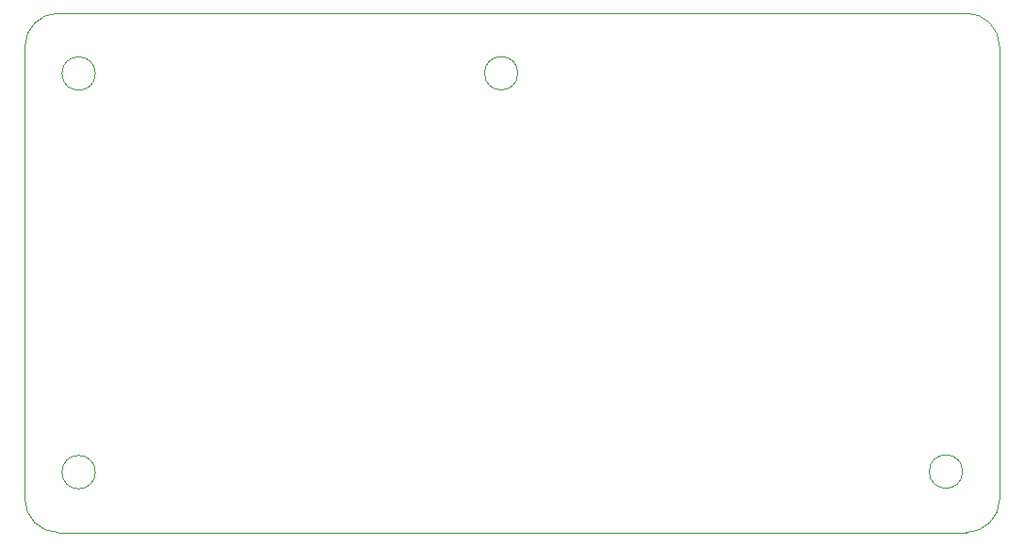
<source format=gm1>
%TF.GenerationSoftware,KiCad,Pcbnew,9.0.7*%
%TF.CreationDate,2026-01-28T21:35:42+01:00*%
%TF.ProjectId,modbus-to-x,6d6f6462-7573-42d7-946f-2d782e6b6963,rev?*%
%TF.SameCoordinates,Original*%
%TF.FileFunction,Profile,NP*%
%FSLAX46Y46*%
G04 Gerber Fmt 4.6, Leading zero omitted, Abs format (unit mm)*
G04 Created by KiCad (PCBNEW 9.0.7) date 2026-01-28 21:35:42*
%MOMM*%
%LPD*%
G01*
G04 APERTURE LIST*
%TA.AperFunction,Profile*%
%ADD10C,0.100000*%
%TD*%
%TA.AperFunction,Profile*%
%ADD11C,0.050000*%
%TD*%
G04 APERTURE END LIST*
D10*
X129500000Y-134200000D02*
X47900000Y-134200000D01*
X129500000Y-87500000D02*
G75*
G02*
X132500000Y-90500000I0J-3000000D01*
G01*
X129500000Y-87500000D02*
X47900000Y-87500000D01*
D11*
X51225000Y-92925000D02*
G75*
G02*
X48225000Y-92925000I-1500000J0D01*
G01*
X48225000Y-92925000D02*
G75*
G02*
X51225000Y-92925000I1500000J0D01*
G01*
X51225000Y-128775000D02*
G75*
G02*
X48225000Y-128775000I-1500000J0D01*
G01*
X48225000Y-128775000D02*
G75*
G02*
X51225000Y-128775000I1500000J0D01*
G01*
D10*
X44900000Y-90500000D02*
G75*
G02*
X47900000Y-87500000I3000000J0D01*
G01*
D11*
X89200000Y-92900000D02*
G75*
G02*
X86200000Y-92900000I-1500000J0D01*
G01*
X86200000Y-92900000D02*
G75*
G02*
X89200000Y-92900000I1500000J0D01*
G01*
D10*
X132500000Y-90500000D02*
X132500000Y-131200000D01*
X47900000Y-134200000D02*
G75*
G02*
X44900000Y-131200000I0J3000000D01*
G01*
D11*
X129175000Y-128725000D02*
G75*
G02*
X126175000Y-128725000I-1500000J0D01*
G01*
X126175000Y-128725000D02*
G75*
G02*
X129175000Y-128725000I1500000J0D01*
G01*
D10*
X132500000Y-131200000D02*
G75*
G02*
X129500000Y-134200000I-3000000J0D01*
G01*
X44900000Y-90500000D02*
X44900000Y-131200000D01*
M02*

</source>
